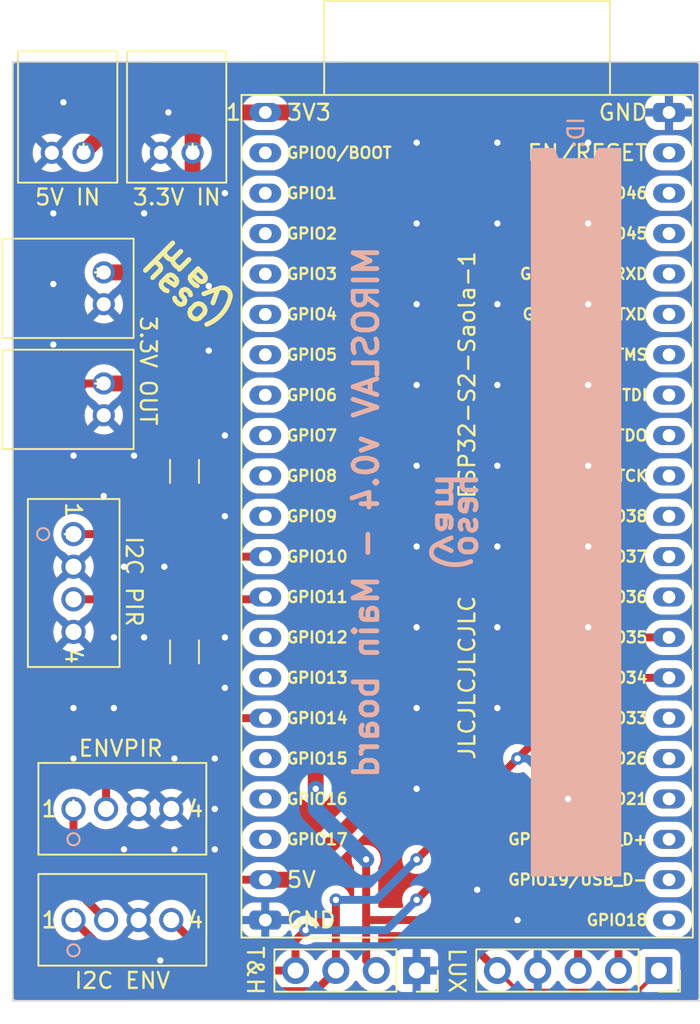
<source format=kicad_pcb>
(kicad_pcb (version 20240108) (generator "pcbnew") (generator_version "8.0")
  (layers (0 "F.Cu" signal) (31 "B.Cu" signal) (34 "B.Paste" user) (35 "F.Paste" user) (36 "B.SilkS" user "B.Silkscreen") (37 "F.SilkS" user "F.Silkscreen") (38 "B.Mask" user) (39 "F.Mask" user) (44 "Edge.Cuts" user))
  (net 0 "")
  (net 1 "+5V")
  (net 2 "GND")
  (net 3 "+3V3")
  (net 4 "/PIR_SDA")
  (net 5 "/PIR_SCL")
  (net 6 "/ENV_SDA")
  (net 7 "/ENVPIR_DIN")
  (net 8 "Net-(U1-Pad18)")
  (net 9 "Net-(U1-Pad17)")
  (net 10 "/ENV_SCL")
  (net 11 "Net-(U1-Pad41)")
  (net 12 "Net-(U1-Pad40)")
  (net 13 "Net-(U1-Pad39)")
  (net 14 "Net-(U1-Pad38)")
  (net 15 "Net-(U1-Pad37)")
  (net 16 "Net-(U1-Pad36)")
  (net 17 "Net-(U1-Pad35)")
  (net 18 "Net-(U1-Pad34)")
  (net 19 "Net-(U1-Pad33)")
  (net 20 "Net-(U1-Pad32)")
  (net 21 "Net-(U1-Pad31)")
  (net 22 "Net-(U1-Pad30)")
  (net 23 "Net-(U1-Pad27)")
  (net 24 "Net-(U1-Pad26)")
  (net 25 "Net-(U1-Pad25)")
  (net 26 "Net-(U1-Pad24)")
  (net 27 "Net-(U1-Pad23)")
  (net 28 "Net-(U1-Pad22)")
  (net 29 "Net-(U1-Pad19)")
  (net 30 "Net-(U1-Pad15)")
  (net 31 "Net-(U1-Pad14)")
  (net 32 "Net-(U1-Pad11)")
  (net 33 "Net-(U1-Pad10)")
  (net 34 "Net-(U1-Pad9)")
  (net 35 "Net-(U1-Pad8)")
  (net 36 "Net-(U1-Pad7)")
  (net 37 "Net-(U1-Pad6)")
  (net 38 "Net-(U1-Pad5)")
  (net 39 "Net-(U1-Pad4)")
  (net 40 "Net-(U1-Pad3)")
  (net 41 "Net-(U1-Pad2)")
  (footprint "Connector_PinSocket_2.54mm:PinSocket_1x04_P2.54mm_Vertical" (layer "F.Cu") (at 154.305 111.125 -90)
    (property "Reference" "T&H" (at 0 10.16 -90) (layer "F.SilkS"))
    (property "Value" "HDC1080 (temp&hum)")
    (fp_line (start -1.33 8.95) (end 1.33 8.95) (stroke (width 0.12)) (layer "F.SilkS"))
    (fp_line (start -1.33 1.27) (end -1.33 8.95) (stroke (width 0.12)) (layer "F.SilkS"))
    (fp_line (start -1.33 1.27) (end 1.33 1.27) (stroke (width 0.12)) (layer "F.SilkS"))
    (fp_line (start 1.33 1.27) (end 1.33 8.95) (stroke (width 0.12)) (layer "F.SilkS"))
    (fp_line (start 0 -1.33) (end 1.33 -1.33) (stroke (width 0.12)) (layer "F.SilkS"))
    (fp_line (start 1.33 -1.33) (end 1.33 0) (stroke (width 0.12)) (layer "F.SilkS"))
    (pad "1" thru_hole rect (at 0 0 270) (size 1.7 1.7) (drill 1) (layers "*.Cu" "*.Mask") (net 2 "GND"))
    (pad "2" thru_hole oval (at 0 2.54 270) (size 1.7 1.7) (drill 1) (layers "*.Cu" "*.Mask") (net 3 "+3V3"))
    (pad "3" thru_hole oval (at 0 5.08 270) (size 1.7 1.7) (drill 1) (layers "*.Cu" "*.Mask") (net 6 "/ENV_SDA"))
    (pad "4" thru_hole oval (at 0 7.62 270) (size 1.7 1.7) (drill 1) (layers "*.Cu" "*.Mask") (net 10 "/ENV_SCL"))
  )
  (footprint "miro-v04:TE_HDI_4_vert" (layer "F.Cu") (at 132.715 83.674999 -90)
    (property "Reference" "J3" (hide yes))
    (property "Value" "I2C PIR" (at 2.975 -3.81 -90) (layer "F.SilkS"))
    (fp_circle (center 0 1.905) (end 0.381 1.905) (stroke (width 0.12)) (fill none) (layer "B.SilkS"))
    (fp_line (start -2.2082 2.8702) (end 8.3582 2.8702) (stroke (width 0.12)) (layer "F.SilkS"))
    (fp_line (start 8.3582 2.8702) (end 8.3582 -2.8956) (stroke (width 0.12)) (layer "F.SilkS"))
    (fp_line (start -2.2082 -2.8956) (end -2.2082 2.8702) (stroke (width 0.12)) (layer "F.SilkS"))
    (fp_line (start 8.3582 -2.8956) (end -2.2082 -2.8956) (stroke (width 0.12)) (layer "F.SilkS"))
    (fp_circle (center 0 1.905) (end 0.381 1.905) (stroke (width 0.12)) (fill none) (layer "F.SilkS"))
    (fp_text user "4" (at 7.673999 0 -90) (layer "F.SilkS"))
    (fp_text user "1" (at -1.524 0 -90) (layer "F.SilkS"))
    (fp_text user "*" (at 0 0 90) (layer "F.SilkS"))
    (pad "1" thru_hole circle (at 0 0 270) (size 1.524 1.524) (drill 1.016) (layers "*.Cu" "*.Mask") (net 4 "/PIR_SDA"))
    (pad "2" thru_hole circle (at 2.050001 0 270) (size 1.524 1.524) (drill 1.016) (layers "*.Cu" "*.Mask") (net 2 "GND"))
    (pad "3" thru_hole circle (at 4.099999 0 270) (size 1.524 1.524) (drill 1.016) (layers "*.Cu" "*.Mask") (net 5 "/PIR_SCL"))
    (pad "4" thru_hole circle (at 6.15 0 270) (size 1.524 1.524) (drill 1.016) (layers "*.Cu" "*.Mask") (net 2 "GND"))
  )
  (footprint "miro-v04:TE_HDI_2_horiz" (layer "F.Cu") (at 134.62 67.214999 -90)
    (property "Reference" "J4" (hide yes))
    (property "Value" "3.3V OUT" (hide yes))
    (fp_line (start -2.1242 6.377) (end 4.1242 6.377) (stroke (width 0.12)) (layer "F.SilkS"))
    (fp_line (start 4.1242 6.377) (end 4.1242 -1.878) (stroke (width 0.12)) (layer "F.SilkS"))
    (fp_line (start -2.1242 -1.878) (end -2.1242 6.377) (stroke (width 0.12)) (layer "F.SilkS"))
    (fp_line (start 4.1242 -1.878) (end -2.1242 -1.878) (stroke (width 0.12)) (layer "F.SilkS"))
    (fp_text user "*" (at 0 0 90) (layer "F.SilkS"))
    (pad "1" thru_hole circle (at -0.000001 0 270) (size 1.397 1.397) (drill 0.889) (layers "*.Cu" "*.Mask") (net 3 "+3V3"))
    (pad "2" thru_hole circle (at 2.000001 0 270) (size 1.397 1.397) (drill 0.889) (layers "*.Cu" "*.Mask") (net 2 "GND"))
  )
  (footprint "miro-v04:TE_HDI_4_vert" (layer "F.Cu") (at 132.715 107.95)
    (property "Reference" "J12" (hide yes))
    (property "Value" "I2C ENV" (at 3.075 3.81 0) (layer "F.SilkS"))
    (fp_circle (center 0 1.905) (end 0.381 1.905) (stroke (width 0.12)) (fill none) (layer "B.SilkS"))
    (fp_line (start -2.2082 -2.8956) (end -2.2082 2.8702) (stroke (width 0.12)) (layer "F.SilkS"))
    (fp_line (start -2.2082 2.8702) (end 8.3582 2.8702) (stroke (width 0.12)) (layer "F.SilkS"))
    (fp_line (start 8.3582 -2.8956) (end -2.2082 -2.8956) (stroke (width 0.12)) (layer "F.SilkS"))
    (fp_line (start 8.3582 2.8702) (end 8.3582 -2.8956) (stroke (width 0.12)) (layer "F.SilkS"))
    (fp_circle (center 0 1.905) (end 0.381 1.905) (stroke (width 0.12)) (fill none) (layer "F.SilkS"))
    (fp_text user "1" (at -1.524 0 0) (layer "F.SilkS"))
    (fp_text user "*" (at 0 0 0) (layer "F.SilkS"))
    (fp_text user "4" (at 7.673999 0 0) (layer "F.SilkS"))
    (fp_text user "1" (at -1.524 0 0) (layer "F.SilkS"))
    (fp_text user "4" (at 7.673999 0 0) (layer "F.SilkS"))
    (pad "1" thru_hole circle (at 0 0) (size 1.524 1.524) (drill 1.016) (layers "*.Cu" "*.Mask") (net 6 "/ENV_SDA"))
    (pad "2" thru_hole circle (at 2.050001 0) (size 1.524 1.524) (drill 1.016) (layers "*.Cu" "*.Mask") (net 3 "+3V3"))
    (pad "3" thru_hole circle (at 4.099999 0) (size 1.524 1.524) (drill 1.016) (layers "*.Cu" "*.Mask") (net 2 "GND"))
    (pad "4" thru_hole circle (at 6.15 0) (size 1.524 1.524) (drill 1.016) (layers "*.Cu" "*.Mask") (net 10 "/ENV_SCL"))
  )
  (footprint "Resistor_SMD:R_1206_3216Metric_Pad1.30x1.75mm_HandSolder" (layer "F.Cu") (at 139.7 91.085 -90)
    (property "Reference" "R1" (hide yes))
    (property "Value" "1k")
    (fp_line (start -0.727064 0.91) (end 0.727064 0.91) (stroke (width 0.12)) (layer "F.SilkS"))
    (fp_line (start -0.727064 -0.91) (end 0.727064 -0.91) (stroke (width 0.12)) (layer "F.SilkS"))
    (pad "1" smd roundrect (at -1.55 0 270) (size 1.3 1.75) (layers "F.Cu" "F.Paste" "F.Mask") (roundrect_rratio 0.1923076923) (net 5 "/PIR_SCL"))
    (pad "2" smd roundrect (at 1.55 0 270) (size 1.3 1.75) (layers "F.Cu" "F.Paste" "F.Mask") (roundrect_rratio 0.1923076923) (net 3 "+3V3"))
  )
  (footprint "Resistor_SMD:R_1206_3216Metric_Pad1.30x1.75mm_HandSolder" (layer "F.Cu") (at 139.7 79.73 -90)
    (property "Reference" "R2" (hide yes))
    (property "Value" "1k")
    (fp_line (start -0.727064 0.91) (end 0.727064 0.91) (stroke (width 0.12)) (layer "F.SilkS"))
    (fp_line (start -0.727064 -0.91) (end 0.727064 -0.91) (stroke (width 0.12)) (layer "F.SilkS"))
    (pad "1" smd roundrect (at -1.55 0 270) (size 1.3 1.75) (layers "F.Cu" "F.Paste" "F.Mask") (roundrect_rratio 0.1923076923) (net 3 "+3V3"))
    (pad "2" smd roundrect (at 1.55 0 270) (size 1.3 1.75) (layers "F.Cu" "F.Paste" "F.Mask") (roundrect_rratio 0.1923076923) (net 4 "/PIR_SDA"))
  )
  (footprint "Connector_PinSocket_2.54mm:PinSocket_1x05_P2.54mm_Vertical" (layer "F.Cu") (at 169.545 111.125 -90)
    (property "Reference" "LUX" (at 0 12.7 -90) (layer "F.SilkS"))
    (property "Value" "BH1750 (lux)")
    (fp_line (start -1.33 11.49) (end 1.33 11.49) (stroke (width 0.12)) (layer "F.SilkS"))
    (fp_line (start -1.33 1.27) (end -1.33 11.49) (stroke (width 0.12)) (layer "F.SilkS"))
    (fp_line (start -1.33 1.27) (end 1.33 1.27) (stroke (width 0.12)) (layer "F.SilkS"))
    (fp_line (start 1.33 1.27) (end 1.33 11.49) (stroke (width 0.12)) (layer "F.SilkS"))
    (fp_line (start 0 -1.33) (end 1.33 -1.33) (stroke (width 0.12)) (layer "F.SilkS"))
    (fp_line (start 1.33 -1.33) (end 1.33 0) (stroke (width 0.12)) (layer "F.SilkS"))
    (pad "1" thru_hole rect (at 0 0 270) (size 1.7 1.7) (drill 1) (layers "*.Cu" "*.Mask") (net 3 "+3V3"))
    (pad "2" thru_hole oval (at 0 2.54 270) (size 1.7 1.7) (drill 1) (layers "*.Cu" "*.Mask") (net 6 "/ENV_SDA"))
    (pad "3" thru_hole oval (at 0 5.08 270) (size 1.7 1.7) (drill 1) (layers "*.Cu" "*.Mask") (net 10 "/ENV_SCL"))
    (pad "4" thru_hole oval (at 0 7.62 270) (size 1.7 1.7) (drill 1) (layers "*.Cu" "*.Mask") (net 2 "GND"))
    (pad "5" thru_hole oval (at 0 10.16 270) (size 1.7 1.7) (drill 1) (layers "*.Cu" "*.Mask") (net 3 "+3V3"))
  )
  (footprint "miro-v04:TE_HDI_2_horiz" (layer "F.Cu") (at 140.208 59.69 180)
    (property "Reference" "J2" (hide yes))
    (property "Value" "3.3V IN" (at 1 -2.794 0) (layer "F.SilkS"))
    (fp_line (start 4.1242 6.377) (end 4.1242 -1.878) (stroke (width 0.12)) (layer "F.SilkS"))
    (fp_line (start 4.1242 -1.878) (end -2.1242 -1.878) (stroke (width 0.12)) (layer "F.SilkS"))
    (fp_line (start -2.1242 6.377) (end 4.1242 6.377) (stroke (width 0.12)) (layer "F.SilkS"))
    (fp_line (start -2.1242 -1.878) (end -2.1242 6.377) (stroke (width 0.12)) (layer "F.SilkS"))
    (fp_text user "*" (at 0 0 0) (layer "F.SilkS"))
    (pad "1" thru_hole circle (at -0.000001 0 180) (size 1.397 1.397) (drill 0.889) (layers "*.Cu" "*.Mask") (net 3 "+3V3"))
    (pad "2" thru_hole circle (at 2.000001 0 180) (size 1.397 1.397) (drill 0.889) (layers "*.Cu" "*.Mask") (net 2 "GND"))
  )
  (footprint "miro-v04:TE_HDI_2_horiz" (layer "F.Cu") (at 133.35 59.69 180)
    (property "Reference" "J1" (hide yes))
    (property "Value" "5V IN" (at 1 -2.794 0) (layer "F.SilkS"))
    (fp_line (start 4.1242 6.377) (end 4.1242 -1.878) (stroke (width 0.12)) (layer "F.SilkS"))
    (fp_line (start 4.1242 -1.878) (end -2.1242 -1.878) (stroke (width 0.12)) (layer "F.SilkS"))
    (fp_line (start -2.1242 6.377) (end 4.1242 6.377) (stroke (width 0.12)) (layer "F.SilkS"))
    (fp_line (start -2.1242 -1.878) (end -2.1242 6.377) (stroke (width 0.12)) (layer "F.SilkS"))
    (fp_text user "*" (at 0 0 0) (layer "F.SilkS"))
    (pad "1" thru_hole circle (at -0.000001 0 180) (size 1.397 1.397) (drill 0.889) (layers "*.Cu" "*.Mask") (net 1 "+5V"))
    (pad "2" thru_hole circle (at 2.000001 0 180) (size 1.397 1.397) (drill 0.889) (layers "*.Cu" "*.Mask") (net 2 "GND"))
  )
  (footprint "miro-v04:TE_HDI_4_vert" (layer "F.Cu") (at 132.715 100.965)
    (property "Reference" "J13" (hide yes))
    (property "Value" "ENVPIR" (at 2.975 -3.81 0) (layer "F.SilkS"))
    (fp_circle (center 0 1.905) (end 0.381 1.905) (stroke (width 0.12)) (fill none) (layer "B.SilkS"))
    (fp_line (start -2.2082 -2.8956) (end -2.2082 2.8702) (stroke (width 0.12)) (layer "F.SilkS"))
    (fp_line (start -2.2082 2.8702) (end 8.3582 2.8702) (stroke (width 0.12)) (layer "F.SilkS"))
    (fp_line (start 8.3582 -2.8956) (end -2.2082 -2.8956) (stroke (width 0.12)) (layer "F.SilkS"))
    (fp_line (start 8.3582 2.8702) (end 8.3582 -2.8956) (stroke (width 0.12)) (layer "F.SilkS"))
    (fp_circle (center 0 1.905) (end 0.381 1.905) (stroke (width 0.12)) (fill none) (layer "F.SilkS"))
    (fp_text user "1" (at -1.524 0 0) (layer "F.SilkS"))
    (fp_text user "1" (at -1.524 0 0) (layer "F.SilkS"))
    (fp_text user "4" (at 7.673999 0 0) (layer "F.SilkS"))
    (fp_text user "4" (at 7.673999 0 0) (layer "F.SilkS"))
    (fp_text user "*" (at 0 0 0) (layer "F.SilkS"))
    (pad "1" thru_hole circle (at 0 0) (size 1.524 1.524) (drill 1.016) (layers "*.Cu" "*.Mask") (net 1 "+5V"))
    (pad "2" thru_hole circle (at 2.050001 0) (size 1.524 1.524) (drill 1.016) (layers "*.Cu" "*.Mask") (net 7 "/ENVPIR_DIN"))
    (pad "3" thru_hole circle (at 4.099999 0) (size 1.524 1.524) (drill 1.016) (layers "*.Cu" "*.Mask") (net 2 "GND"))
    (pad "4" thru_hole circle (at 6.15 0) (size 1.524 1.524) (drill 1.016) (layers "*.Cu" "*.Mask") (net 2 "GND"))
  )
  (footprint "miro-v04:TE_HDI_2_horiz" (layer "F.Cu") (at 134.62 74.199999 -90)
    (property "Reference" "J5" (hide yes))
    (property "Value" "3.3V OUT" (at -0.793999 -2.794 -90) (layer "F.SilkS"))
    (fp_line (start -2.1242 6.377) (end 4.1242 6.377) (stroke (width 0.12)) (layer "F.SilkS"))
    (fp_line (start 4.1242 6.377) (end 4.1242 -1.878) (stroke (width 0.12)) (layer "F.SilkS"))
    (fp_line (start -2.1242 -1.878) (end -2.1242 6.377) (stroke (width 0.12)) (layer "F.SilkS"))
    (fp_line (start 4.1242 -1.878) (end -2.1242 -1.878) (stroke (width 0.12)) (layer "F.SilkS"))
    (fp_text user "*" (at 0 0 90) (layer "F.SilkS"))
    (pad "1" thru_hole circle (at -0.000001 0 270) (size 1.397 1.397) (drill 0.889) (layers "*.Cu" "*.Mask") (net 3 "+3V3"))
    (pad "2" thru_hole circle (at 2.000001 0 270) (size 1.397 1.397) (drill 0.889) (layers "*.Cu" "*.Mask") (net 2 "GND"))
  )
  (footprint "miro-v04:ESP32-S2-Saola-1" (layer "F.Cu") (at 144.78 57.15)
    (property "Reference" "U1" (hide yes))
    (property "Value" "ESP32-S2-Saola-1" (at 12.7 16.51 90) (layer "F.SilkS"))
    (fp_line (start -1.49632 51.90272) (end 26.903679 51.90272) (stroke (width 0.12)) (layer "F.SilkS"))
    (fp_line (start -1.496319 -1.09728) (end -1.49632 51.90272) (stroke (width 0.12)) (layer "F.SilkS"))
    (fp_line (start 3.7084 -7.0104) (end 21.6916 -7.0104) (stroke (width 0.12)) (layer "F.SilkS"))
    (fp_line (start 3.7084 -1.1176) (end 3.7084 -7.0104) (stroke (width 0.12)) (layer "F.SilkS"))
    (fp_line (start 21.6916 -7.0104) (end 21.6916 -1.1176) (stroke (width 0.12)) (layer "F.SilkS"))
    (fp_line (start 26.903679 51.90272) (end 26.90368 -1.09728) (stroke (width 0.12)) (layer "F.SilkS"))
    (fp_line (start 26.90368 -1.09728) (end -1.496319 -1.09728) (stroke (width 0.12)) (layer "F.SilkS"))
    (fp_text user "GPIO39/MTCK" (at 24.13368 22.86272 0) (layer "F.SilkS") (effects (font (size 0.7 0.7)) (justify right)))
    (fp_text user "GPIO35" (at 24.13368 33.02272 0) (layer "F.SilkS") (effects (font (size 0.7 0.7)) (justify right)))
    (fp_text user "EN/RESET" (at 24.13368 2.54272 0) (layer "F.SilkS") (effects (justify right)))
    (fp_text user "GPIO15" (at 1.27368 40.64272 0) (layer "F.SilkS") (effects (font (size 0.7 0.7)) (justify left)))
    (fp_text user "GPIO6" (at 1.27368 17.78272 0) (layer "F.SilkS") (effects (font (size 0.7 0.7)) (justify left)))
    (fp_text user "GPIO4" (at 1.27368 12.70272 0) (layer "F.SilkS") (effects (font (size 0.7 0.7)) (justify left)))
    (fp_text user "IO45" (at 24.13368 7.62272 0) (layer "F.SilkS") (effects (font (size 0.7 0.7)) (justify right)))
    (fp_text user "GPIO9" (at 1.27368 25.40272 0) (layer "F.SilkS") (effects (font (size 0.7 0.7)) (justify left)))
    (fp_text user "GPIO5" (at 1.27368 15.24272 0) (layer "F.SilkS") (effects (font (size 0.7 0.7)) (justify left)))
    (fp_text user "3V3" (at 1.27368 0.00272 0) (layer "F.SilkS") (effects (justify left)))
    (fp_text user "GPIO43/U0TXD" (at 24.13368 12.70272 0) (layer "F.SilkS") (effects (font (size 0.7 0.7)) (justify right)))
    (fp_text user "IO46" (at 24.13368 5.08272 0) (layer "F.SilkS") (effects (font (size 0.7 0.7)) (justify right)))
    (fp_text user "GPIO14" (at 1.27368 38.10272 0) (layer "F.SilkS") (effects (font (size 0.7 0.7)) (justify left)))
    (fp_text user "GPIO16" (at 1.27368 43.18272 0) (layer "F.SilkS") (effects (font (size 0.7 0.7)) (justify left)))
    (fp_text user "GPIO13" (at 1.27368 35.56272 0) (layer "F.SilkS") (effects (font (size 0.7 0.7)) (justify left)))
    (fp_text user "GPIO44/U0RXD" (at 24.13368 10.16272 0) (layer "F.SilkS") (effects (font (size 0.7 0.7)) (justify right)))
    (fp_text user "GPIO33" (at 24.13368 38.10272 0) (layer "F.SilkS") (effects (font (size 0.7 0.7)) (justify right)))
    (fp_text user "GPIO40/MTDO" (at 24.13368 20.32272 0) (layer "F.SilkS") (effects (font (size 0.7 0.7)) (justify right)))
    (fp_text user "GPIO42/MTMS" (at 24.13368 15.24272 0) (layer "F.SilkS") (effects (font (size 0.7 0.7)) (justify right)))
    (fp_text user "GPIO38" (at 24.13368 25.40272 0) (layer "F.SilkS") (effects (font (size 0.7 0.7)) (justify right)))
    (fp_text user "GPIO41/MTDI" (at 24.13368 17.78272 0) (layer "F.SilkS") (effects (font (size 0.7 0.7)) (justify right)))
    (fp_text user "GPIO20/USB_D+" (at 24.13368 45.72272 0) (layer "F.SilkS") (effects (font (size 0.7 0.7)) (justify right)))
    (fp_text user "GPIO10" (at 1.27368 27.94272 0) (layer "F.SilkS") (effects (font (size 0.7 0.7)) (justify left)))
    (fp_text user "GPIO1" (at 1.27368 5.08272 0) (layer "F.SilkS") (effects (font (size 0.7 0.7)) (justify left)))
    (fp_text user "GPIO37" (at 24.13368 27.94272 0) (layer "F.SilkS") (effects (font (size 0.7 0.7)) (justify right)))
    (fp_text user "GPIO7" (at 1.27368 20.32272 0) (layer "F.SilkS") (effects (font (size 0.7 0.7)) (justify left)))
    (fp_text user "GPIO12" (at 1.27368 33.02272 0) (layer "F.SilkS") (effects (font (size 0.7 0.7)) (justify left)))
    (fp_text user "GPIO3" (at 1.27368 10.16272 0) (layer "F.SilkS") (effects (font (size 0.7 0.7)) (justify left)))
    (fp_text user "GPIO34" (at 24.13368 35.56272 0) (layer "F.SilkS") (effects (font (size 0.7 0.7)) (justify right)))
    (fp_text user "1" (at -2 0 0) (layer "F.SilkS"))
    (fp_text user "GPIO19/USB_D-" (at 24.13368 48.26272 0) (layer "F.SilkS") (effects (font (size 0.7 0.7)) (justify right)))
    (fp_text user "GPIO18" (at 24.13368 50.80272 0) (layer "F.SilkS") (effects (font (size 0.7 0.7)) (justify right)))
    (fp_text user "GND" (at 1.27368 50.80272 0) (layer "F.SilkS") (effects (justify left)))
    (fp_text user "GPIO36" (at 24.13368 30.48272 0) (layer "F.SilkS") (effects (font (size 0.7 0.7)) (justify right)))
    (fp_text user "GPIO11" (at 1.27368 30.48272 0) (layer "F.SilkS") (effects (font (size 0.7 0.7)) (justify left)))
    (fp_text user "5V" (at 1.27368 48.26272 0) (layer "F.SilkS") (effects (justify left)))
    (fp_text user "GND" (at 24.13368 0.00272 0) (layer "F.SilkS") (effects (justify right)))
    (fp_text user "GPIO0/BOOT" (at 1.27368 2.54272 0) (layer "F.SilkS") (effects (font (size 0.7 0.7)) (justify left)))
    (fp_text user "GPIO17" (at 1.27368 45.72272 0) (layer "F.SilkS") (effects (font (size 0.7 0.7)) (justify left)))
    (fp_text user "GPIO2" (at 1.27368 7.62272 0) (layer "F.SilkS") (effects (font (size 0.7 0.7)) (justify left)))
    (fp_text user "GPIO26" (at 24.13368 40.64272 0) (layer "F.SilkS") (effects (font (size 0.7 0.7)) (justify right)))
    (fp_text user "GPIO21" (at 24.13368 43.18272 0) (layer "F.SilkS") (effects (font (size 0.7 0.7)) (justify right)))
    (fp_text user "GPIO8" (at 1.27368 22.86272 0) (layer "F.SilkS") (effects (font (size 0.7 0.7)) (justify left)))
    (pad "1" thru_hole oval (at 0.00368 0.00272 270) (size 1.2 2) (drill 0.8) (layers "*.Cu" "*.Mask") (net 3 "+3V3"))
    (pad "2" thru_hole oval (at 0.00368 2.54272 270) (size 1.2 2) (drill 0.8) (layers "*.Cu" "*.Mask") (net 41 "Net-(U1-Pad2)"))
    (pad "3" thru_hole oval (at 0.00368 5.08272 270) (size 1.2 2) (drill 0.8) (layers "*.Cu" "*.Mask") (net 40 "Net-(U1-Pad3)"))
    (pad "4" thru_hole oval (at 0.00368 7.62272 270) (size 1.2 2) (drill 0.8) (layers "*.Cu" "*.Mask") (net 39 "Net-(U1-Pad4)"))
    (pad "5" thru_hole oval (at 0.00368 10.16272 270) (size 1.2 2) (drill 0.8) (layers "*.Cu" "*.Mask") (net 38 "Net-(U1-Pad5)"))
    (pad "6" thru_hole oval (at 0.00368 12.70272 270) (size 1.2 2) (drill 0.8) (layers "*.Cu" "*.Mask") (net 37 "Net-(U1-Pad6)"))
    (pad "7" thru_hole oval (at 0.00368 15.24272 270) (size 1.2 2) (drill 0.8) (layers "*.Cu" "*.Mask") (net 36 "Net-(U1-Pad7)"))
    (pad "8" thru_hole oval (at 0.00368 17.78272 270) (size 1.2 2) (drill 0.8) (layers "*.Cu" "*.Mask") (net 35 "Net-(U1-Pad8)"))
    (pad "9" thru_hole oval (at 0.00368 20.32272 270) (size 1.2 2) (drill 0.8) (layers "*.Cu" "*.Mask") (net 34 "Net-(U1-Pad9)"))
    (pad "10" thru_hole oval (at 0.00368 22.86272 270) (size 1.2 2) (drill 0.8) (layers "*.Cu" "*.Mask") (net 33 "Net-(U1-Pad10)"))
    (pad "11" thru_hole oval (at 0.00368 25.40272 270) (size 1.2 2) (drill 0.8) (layers "*.Cu" "*.Mask") (net 32 "Net-(U1-Pad11)"))
    (pad "12" thru_hole oval (at 0.00368 27.94272 270) (size 1.2 2) (drill 0.8) (layers "*.Cu" "*.Mask") (net 4 "/PIR_SDA"))
    (pad "13" thru_hole oval (at 0.00368 30.48272 270) (size 1.2 2) (drill 0.8) (layers "*.Cu" "*.Mask") (net 5 "/PIR_SCL"))
    (pad "14" thru_hole oval (at 0.00368 33.02272 270) (size 1.2 2) (drill 0.8) (layers "*.Cu" "*.Mask") (net 31 "Net-(U1-Pad14)"))
    (pad "15" thru_hole oval (at 0.00368 35.56272 270) (size 1.2 2) (drill 0.8) (layers "*.Cu" "*.Mask") (net 30 "Net-(U1-Pad15)"))
    (pad "16" thru_hole oval (at 0.00368 38.10272 270) (size 1.2 2) (drill 0.8) (layers "*.Cu" "*.Mask") (net 7 "/ENVPIR_DIN"))
    (pad "17" thru_hole oval (at 0.00368 40.64272 270) (size 1.2 2) (drill 0.8) (layers "*.Cu" "*.Mask") (net 9 "Net-(U1-Pad17)"))
    (pad "18" thru_hole oval (at 0.00368 43.18272 270) (size 1.2 2) (drill 0.8) (layers "*.Cu" "*.Mask") (net 8 "Net-(U1-Pad18)"))
    (pad "19" thru_hole oval (at 0.00368 45.72272 270) (size 1.2 2) (drill 0.8) (layers "*.Cu" "*.Mask") (net 29 "Net-(U1-Pad19)"))
    (pad "20" thru_hole oval (at 0.00368 48.26272 270) (size 1.2 2) (drill 0.8) (layers "*.Cu" "*.Mask") (net 1 "+5V"))
    (pad "21" thru_hole roundrect (at 0.00368 50.80272 270) (size 1.2 2) (drill 0.8) (layers "*.Cu" "*.Mask") (net 2 "GND"))
    (pad "22" thru_hole oval (at 25.40368 50.80272 270) (size 1.2 2) (drill 0.8) (layers "*.Cu" "*.Mask") (net 28 "Net-(U1-Pad22)"))
    (pad "23" thru_hole oval (at 25.40368 48.26272 270) (size 1.2 2) (drill 0.8) (layers "*.Cu" "*.Mask") (net 27 "Net-(U1-Pad23)"))
    (pad "24" thru_hole oval (at 25.40368 45.72272 270) (size 1.2 2) (drill 0.8) (layers "*.Cu" "*.Mask") (net 26 "Net-(U1-Pad24)"))
    (pad "25" thru_hole oval (at 25.40368 43.18272 270) (size 1.2 2) (drill 0.8) (layers "*.Cu" "*.Mask") (net 25 "Net-(U1-Pad25)"))
    (pad "26" thru_hole oval (at 25.40368 40.64272 270) (size 1.2 2) (drill 0.8) (layers "*.Cu" "*.Mask") (net 24 "Net-(U1-Pad26)"))
    (pad "27" thru_hole oval (at 25.40368 38.10272 270) (size 1.2 2) (drill 0.8) (layers "*.Cu" "*.Mask") (net 23 "Net-(U1-Pad27)"))
    (pad "28" thru_hole oval (at 25.40368 35.56272 270) (size 1.2 2) (drill 0.8) (layers "*.Cu" "*.Mask") (net 10 "/ENV_SCL"))
    (pad "29" thru_hole oval (at 25.40368 33.02272 270) (size 1.2 2) (drill 0.8) (layers "*.Cu" "*.Mask") (net 6 "/ENV_SDA"))
    (pad "30" thru_hole oval (at 25.40368 30.48272 270) (size 1.2 2) (drill 0.8) (layers "*.Cu" "*.Mask") (net 22 "Net-(U1-Pad30)"))
    (pad "31" thru_hole oval (at 25.40368 27.94272 270) (size 1.2 2) (drill 0.8) (layers "*.Cu" "*.Mask") (net 21 "Net-(U1-Pad31)"))
    (pad "32" thru_hole oval (at 25.40368 25.40272 270) (size 1.2 2) (drill 0.8) (layers "*.Cu" "*.Mask") (net 20 "Net-(U1-Pad32)"))
    (pad "33" thru_hole oval (at 25.40368 22.86272 270) (size 1.2 2) (drill 0.8) (layers "*.Cu" "*.Mask") (net 19 "Net-(U1-Pad33)"))
    (pad "34" thru_hole oval (at 25.40368 20.32272 270) (size 1.2 2) (drill 0.8) (layers "*.Cu" "*.Mask") (net 18 "Net-(U1-Pad34)"))
    (pad "35" thru_hole oval (at 25.40368 17.78272 270) (size 1.2 2) (drill 0.8) (layers "*.Cu" "*.Mask") (net 17 "Net-(U1-Pad35)"))
    (pad "36" thru_hole oval (at 25.40368 15.24272 270) (size 1.2 2) (drill 0.8) (layers "*.Cu" "*.Mask") (net 16 "Net-(U1-Pad36)"))
    (pad "37" thru_hole oval (at 25.40368 12.70272 270) (size 1.2 2) (drill 0.8) (layers "*.Cu" "*.Mask") (net 15 "Net-(U1-Pad37)"))
    (pad "38" thru_hole oval (at 25.40368 10.16272 270) (size 1.2 2) (drill 0.8) (layers "*.Cu" "*.Mask") (net 14 "Net-(U1-Pad38)"))
    (pad "39" thru_hole oval (at 25.40368 7.62272 270) (size 1.2 2) (drill 0.8) (layers "*.Cu" "*.Mask") (net 13 "Net-(U1-Pad39)"))
    (pad "40" thru_hole oval (at 25.40368 5.08272 270) (size 1.2 2) (drill 0.8) (layers "*.Cu" "*.Mask") (net 12 "Net-(U1-Pad40)"))
    (pad "41" thru_hole oval (at 25.40368 2.54272 270) (size 1.2 2) (drill 0.8) (layers "*.Cu" "*.Mask") (net 11 "Net-(U1-Pad41)"))
    (pad "42" thru_hole roundrect (at 25.40368 0.00272 270) (size 1.2 2) (drill 0.8) (layers "*.Cu" "*.Mask") (net 2 "GND"))
  )
  (gr_poly (pts (xy 167.132 105.15872) (xy 161.544 105.15872) (xy 161.544 59.43872) (xy 162.941 59.43872) (xy 163.195 60.07372) (xy 165.481 60.07372) (xy 165.735 59.43872) (xy 167.132 59.43872)) (stroke (width 0.1)) (fill solid) (layer "B.SilkS"))
  (gr_arc (start 155.528232 85.275955) (mid 155.23572 84.779544) (end 155.600841 84.333816) (stroke (width 0.3)) (layer "B.SilkS"))
  (gr_arc (start 157.707123 85.396668) (mid 156.624624 85.594767) (end 155.56484 85.29828) (stroke (width 0.3)) (layer "B.SilkS"))
  (gr_line (start 157.988 80.264) (end 155.60294 80.264) (stroke (width 0.3)) (layer "B.SilkS"))
  (gr_arc (start 141.837781 68.242616) (mid 142.411138 68.299613) (end 142.555316 68.857466) (stroke (width 0.3)) (layer "F.SilkS"))
  (gr_line (start 137.27201 67.052797) (end 138.958502 65.366305) (stroke (width 0.3)) (layer "F.SilkS"))
  (gr_arc (start 142.545217 68.899138) (mid 142.005484 69.858166) (end 141.099965 70.483532) (stroke (width 0.3)) (layer "F.SilkS"))
  (gr_line (start 172.085 113.03) (end 172.085 53.975) (stroke (width 0.1)) (layer "Edge.Cuts"))
  (gr_line (start 172.085 53.975) (end 128.905 53.975) (stroke (width 0.1)) (layer "Edge.Cuts"))
  (gr_line (start 128.905 53.975) (end 128.905 113.03) (stroke (width 0.1)) (layer "Edge.Cuts"))
  (gr_line (start 128.905 113.03) (end 172.085 113.03) (stroke (width 0.1)) (layer "Edge.Cuts"))
  (gr_text "MIROSLAV v0.4 - Main board" (at 151.13 82.296 90) (layer "B.SilkS") (effects (font (size 1.5 1.5) (thickness 0.3)) (justify mirror)))
  (gr_text "ID:" (at 164.338 58.42 90) (layer "B.SilkS") (effects (font (size 1 1)) (justify mirror)))
  (gr_text "vam" (at 156.1973 82.4103 270) (layer "B.SilkS") (effects (font (size 1.3 1.7) (thickness 0.3)) (justify mirror)))
  (gr_text "eso" (at 157.36316 83.15198 90) (layer "B.SilkS") (effects (font (size 1.5 1.5) (thickness 0.3)) (justify mirror)))
  (gr_text "h" (at 157.44952 80.58658 90) (layer "B.SilkS") (effects (font (size 1.3 1.5) (thickness 0.3)) (justify mirror)))
  (gr_text "vam" (at 140.05589 67.304245 135) (layer "F.SilkS") (effects (font (size 1.3 1.7) (thickness 0.3))))
  (gr_text "h" (at 137.880872 66.900133 315) (layer "F.SilkS") (effects (font (size 1.3 1.5) (thickness 0.3))))
  (gr_text "eso" (at 139.755949 68.653079 315) (layer "F.SilkS") (effects (font (size 1.5 1.5) (thickness 0.3))))
  (gr_text "JLCJLCJLCJLC" (at 157.48 92.71 90) (layer "F.SilkS") (effects (font (size 1 1) (thickness 0.153))))
  (segment (start 133.350001 59.69) (end 137.795 55.245) (width 1) (layer "F.Cu") (net 1))
  (segment (start 132.715 100.965) (end 132.715 103.505) (width 0.5) (layer "F.Cu") (net 1))
  (segment (start 137.795 55.245) (end 149.225 55.245) (width 1) (layer "F.Cu") (net 1))
  (segment (start 146.68228 105.41272) (end 144.78368 105.41272) (width 1) (layer "F.Cu") (net 1))
  (segment (start 134.62272 105.41272) (end 144.78368 105.41272) (width 0.5) (layer "F.Cu") (net 1))
  (segment (start 149.225 55.245) (end 151.13 57.15) (width 1) (layer "F.Cu") (net 1))
  (segment (start 151.13 57.15) (end 151.13 100.965) (width 1) (layer "F.Cu") (net 1))
  (segment (start 151.13 100.965) (end 146.68228 105.41272) (width 1) (layer "F.Cu") (net 1))
  (segment (start 132.715 103.505) (end 134.62272 105.41272) (width 0.5) (layer "F.Cu") (net 1))
  (via (at 165.1 84.455) (size 0.8) (drill 0.4) (layers "F.Cu" "B.Cu") (net 2))
  (via (at 159.385 84.455) (size 0.8) (drill 0.4) (layers "F.Cu" "B.Cu") (net 2))
  (via (at 154.305 84.455) (size 0.8) (drill 0.4) (layers "F.Cu" "B.Cu") (net 2))
  (via (at 165.1 79.375) (size 0.8) (drill 0.4) (layers "F.Cu" "B.Cu") (net 2))
  (via (at 165.1 74.295) (size 0.8) (drill 0.4) (layers "F.Cu" "B.Cu") (net 2))
  (via (at 159.385 79.375) (size 0.8) (drill 0.4) (layers "F.Cu" "B.Cu") (net 2))
  (via (at 159.385 74.295) (size 0.8) (drill 0.4) (layers "F.Cu" "B.Cu") (net 2))
  (via (at 154.305 74.295) (size 0.8) (drill 0.4) (layers "F.Cu" "B.Cu") (net 2))
  (via (at 154.305 79.375) (size 0.8) (drill 0.4) (layers "F.Cu" "B.Cu") (net 2))
  (via (at 142.24 82.55) (size 0.8) (drill 0.4) (layers "F.Cu" "B.Cu") (net 2))
  (via (at 138.176 110.49) (size 0.8) (drill 0.4) (layers "F.Cu" "B.Cu") (net 2))
  (via (at 132.715 78.74) (size 0.8) (drill 0.4) (layers "F.Cu" "B.Cu") (net 2))
  (via (at 138.684 57.15) (size 0.8) (drill 0.4) (layers "F.Cu" "B.Cu") (net 2))
  (via (at 131.445 71.755) (size 0.8) (drill 0.4) (layers "F.Cu" "B.Cu") (net 2))
  (via (at 137.16 63.5) (size 0.8) (drill 0.4) (layers "F.Cu" "B.Cu") (net 2))
  (via (at 159.385 59.055) (size 0.8) (drill 0.4) (layers "F.Cu" "B.Cu") (net 2))
  (via (at 141.224 68.072) (size 0.8) (drill 0.4) (layers "F.Cu" "B.Cu") (net 2))
  (via (at 132.715 97.79) (size 0.8) (drill 0.4) (layers "F.Cu" "B.Cu") (net 2))
  (via (at 154.305 59.055) (size 0.8) (drill 0.4) (layers "F.Cu" "B.Cu") (net 2))
  (via (at 132.08 56.515) (size 0.8) (drill 0.4) (layers "F.Cu" "B.Cu") (net 2))
  (via (at 135.89 85.725) (size 0.8) (drill 0.4) (layers "F.Cu" "B.Cu") (net 2))
  (via (at 131.445 63.5) (size 0.8) (drill 0.4) (layers "F.Cu" "B.Cu") (net 2))
  (via (at 142.24 93.345) (size 0.8) (drill 0.4) (layers "F.Cu" "B.Cu") (net 2))
  (via (at 154.305 64.135) (size 0.8) (drill 0.4) (layers "F.Cu" "B.Cu") (net 2))
  (via (at 136.525 78.74) (size 0.8) (drill 0.4) (layers "F.Cu" "B.Cu") (net 2))
  (via (at 139.065 97.79) (size 0.8) (drill 0.4) (layers "F.Cu" "B.Cu") (net 2))
  (via (at 131.445 67.945) (size 0.8) (drill 0.4) (layers "F.Cu" "B.Cu") (net 2))
  (via (at 135.89 103.505) (size 0.8) (drill 0.4) (layers "F.Cu" "B.Cu") (net 2))
  (via (at 135.255 94.615) (size 0.8) (drill 0.4) (layers "F.Cu" "B.Cu") (net 2))
  (via (at 165.1 64.135) (size 0.8) (drill 0.4) (layers "F.Cu" "B.Cu") (net 2))
  (via (at 165.1 59.055) (size 0.8) (drill 0.4) (layers "F.Cu" "B.Cu") (net 2))
  (via (at 134.62 81.28) (size 0.8) (drill 0.4) (layers "F.Cu" "B.Cu") (net 2))
  (via (at 160.655 107.95) (size 0.8) (drill 0.4) (layers "F.Cu" "B.Cu") (net 2))
  (via (at 154.305 94.615) (size 0.8) (drill 0.4) (layers "F.Cu" "B.Cu") (net 2))
  (via (at 154.305 69.215) (size 0.8) (drill 0.4) (layers "F.Cu" "B.Cu") (net 2))
  (via (at 141.605 97.79) (size 0.8) (drill 0.4) (layers "F.Cu" "B.Cu") (net 2))
  (via (at 165.1 69.215) (size 0.8) (drill 0.4) (layers "F.Cu" "B.Cu") (net 2))
  (via (at 138.43 85.725) (size 0.8) (drill 0.4) (layers "F.Cu" "B.Cu") (net 2))
  (via (at 142.24 90.17) (size 0.8) (drill 0.4) (layers "F.Cu" "B.Cu") (net 2))
  (via (at 135.255 90.17) (size 0.8) (drill 0.4) (layers "F.Cu" "B.Cu") (net 2))
  (via (at 141.224 72.136) (size 0.8) (drill 0.4) (layers "F.Cu" "B.Cu") (net 2))
  (via (at 159.385 94.615) (size 0.8) (drill 0.4) (layers "F.Cu" "B.Cu") (net 2))
  (via (at 165.1 89.535) (size 0.8) (drill 0.4) (layers "F.Cu" "B.Cu") (net 2))
  (via (at 154.305 89.535) (size 0.8) (drill 0.4) (layers "F.Cu" "B.Cu") (net 2))
  (via (at 159.385 69.215) (size 0.8) (drill 0.4) (layers "F.Cu" "B.Cu") (net 2))
  (via (at 154.305 99.695) (size 0.8) (drill 0.4) (layers "F.Cu" "B.Cu") (net 2))
  (via (at 141.605 100.965) (size 0.8) (drill 0.4) (layers "F.Cu" "B.Cu") (net 2))
  (via (at 141.605 103.505) (size 0.8) (drill 0.4) (layers "F.Cu" "B.Cu") (net 2))
  (via (at 142.24 77.47) (size 0.8) (drill 0.4) (layers "F.Cu" "B.Cu") (net 2))
  (via (at 137.16 90.17) (size 0.8) (drill 0.4) (layers "F.Cu" "B.Cu") (net 2))
  (via (at 132.715 94.615) (size 0.8) (drill 0.4) (layers "F.Cu" "B.Cu") (net 2))
  (via (at 158.115 106.045) (size 0.8) (drill 0.4) (layers "F.Cu" "B.Cu") (net 2))
  (via (at 142.24 62.23) (size 0.8) (drill 0.4) (layers "F.Cu" "B.Cu") (net 2))
  (via (at 159.385 64.135) (size 0.8) (drill 0.4) (layers "F.Cu" "B.Cu") (net 2))
  (via (at 139.065 103.505) (size 0.8) (drill 0.4) (layers "F.Cu" "B.Cu") (net 2))
  (via (at 159.385 89.535) (size 0.8) (drill 0.4) (layers "F.Cu" "B.Cu") (net 2))
  (segment (start 147.955 99.695) (end 147.955 99.695) (width 1) (layer "F.Cu") (net 3))
  (segment (start 133.445002 74.199998) (end 134.62 74.199998) (width 0.5) (layer "F.Cu") (net 3))
  (segment (start 140.208001 64.896999) (end 140.208001 59.69) (width 1) (layer "F.Cu") (net 3))
  (segment (start 140.208001 58.546999) (end 141.60228 57.15272) (width 1) (layer "F.Cu") (net 3))
  (segment (start 140.208001 59.69) (end 140.208001 58.546999) (width 1) (layer "F.Cu") (net 3))
  (segment (start 134.765001 107.95) (end 130.175 103.359999) (width 0.5) (layer "F.Cu") (net 3))
  (segment (start 139.7 75.565) (end 137.382498 73.247498) (width 0.5) (layer "F.Cu") (net 3))
  (segment (start 146.68772 57.15272) (end 147.955 58.42) (width 1) (layer "F.Cu") (net 3))
  (segment (start 151.13 107.95) (end 151.13 110.49) (width 0.5) (layer "F.Cu") (net 3))
  (segment (start 144.78368 57.15272) (end 146.68772 57.15272) (width 1) (layer "F.Cu") (net 3))
  (segment (start 136.429998 74.199998) (end 137.382498 73.247498) (width 1) (layer "F.Cu") (net 3))
  (segment (start 156.21 107.95) (end 151.13 107.95) (width 0.5) (layer "F.Cu") (net 3))
  (segment (start 151.13 104.14) (end 151.13 107.95) (width 0.5) (layer "F.Cu") (net 3))
  (segment (start 160.655 112.395) (end 168.275 112.395) (width 0.25) (layer "F.Cu") (net 3))
  (segment (start 168.275 112.395) (end 169.545 111.125) (width 0.25) (layer "F.Cu") (net 3))
  (segment (start 151.13 110.49) (end 151.765 111.125) (width 0.5) (layer "F.Cu") (net 3))
  (segment (start 159.385 111.125) (end 156.21 107.95) (width 0.5) (layer "F.Cu") (net 3))
  (segment (start 130.25 92.635) (end 130.175 92.71) (width 0.5) (layer "F.Cu") (net 3))
  (segment (start 137.890002 72.739994) (end 137.890002 67.214998) (width 1) (layer "F.Cu") (net 3))
  (segment (start 134.62 74.199998) (end 136.429998 74.199998) (width 1) (layer "F.Cu") (net 3))
  (segment (start 137.890002 67.214998) (end 140.208001 64.896999) (width 1) (layer "F.Cu") (net 3))
  (segment (start 139.7 78.18) (end 139.7 75.565) (width 0.5) (layer "F.Cu") (net 3))
  (segment (start 147.955 58.42) (end 147.955 99.695) (width 1) (layer "F.Cu") (net 3))
  (segment (start 137.382498 73.247498) (end 137.890002 72.739994) (width 1) (layer "F.Cu") (net 3))
  (segment (start 159.385 111.125) (end 160.655 112.395) (width 0.25) (layer "F.Cu") (net 3))
  (segment (start 130.175 92.71) (end 130.175 77.47) (width 0.5) (layer "F.Cu") (net 3))
  (segment (start 139.7 92.635) (end 130.25 92.635) (width 0.5) (layer "F.Cu") (net 3))
  (segment (start 141.60228 57.15272) (end 144.78368 57.15272) (width 1) (layer "F.Cu") (net 3))
  (segment (start 130.175 103.359999) (end 130.175 92.71) (width 0.5) (layer "F.Cu") (net 3))
  (segment (start 130.175 77.47) (end 133.445002 74.199998) (width 0.5) (layer "F.Cu") (net 3))
  (segment (start 134.62 67.214998) (end 137.890002 67.214998) (width 1) (layer "F.Cu") (net 3))
  (via (at 151.13 104.14) (size 0.8) (drill 0.4) (layers "F.Cu" "B.Cu") (net 3))
  (via (at 147.955 99.695) (size 0.8) (drill 0.4) (layers "F.Cu" "B.Cu") (net 3))
  (segment (start 151.13 104.14) (end 151.13 104.14) (width 1) (layer "B.Cu") (net 3))
  (segment (start 147.955 99.695) (end 147.955 100.965) (width 1) (layer "B.Cu") (net 3))
  (segment (start 147.955 100.965) (end 151.13 104.14) (width 1) (layer "B.Cu") (net 3))
  (segment (start 132.715 83.674999) (end 138.919999 83.674999) (width 0.5) (layer "F.Cu") (net 4))
  (segment (start 138.919999 83.674999) (end 138.919999 82.060001) (width 0.5) (layer "F.Cu") (net 4))
  (segment (start 140.33772 85.09272) (end 144.78368 85.09272) (width 0.5) (layer "F.Cu") (net 4))
  (segment (start 138.919999 83.674999) (end 140.33772 85.09272) (width 0.5) (layer "F.Cu") (net 4))
  (segment (start 138.919999 82.060001) (end 139.7 81.28) (width 0.5) (layer "F.Cu") (net 4))
  (segment (start 140.190002 87.774998) (end 144.641402 87.774998) (width 0.5) (layer "F.Cu") (net 5))
  (segment (start 139.7 89.535) (end 139.7 88.265) (width 0.5) (layer "F.Cu") (net 5))
  (segment (start 144.641402 87.774998) (end 144.78368 87.63272) (width 0.5) (layer "F.Cu") (net 5))
  (segment (start 132.715 87.774998) (end 140.190002 87.774998) (width 0.5) (layer "F.Cu") (net 5))
  (segment (start 139.7 88.265) (end 140.190002 87.774998) (width 0.5) (layer "F.Cu") (net 5))
  (segment (start 163.83 100.33) (end 163.83 100.33) (width 0.5) (layer "F.Cu") (net 6))
  (segment (start 160.655 97.79) (end 168.27228 90.17272) (width 0.5) (layer "F.Cu") (net 6))
  (segment (start 154.305 104.14) (end 160.655 97.79) (width 0.5) (layer "F.Cu") (net 6))
  (segment (start 137.190001 112.425001) (end 147.924999 112.425001) (width 0.5) (layer "F.Cu") (net 6))
  (segment (start 167.005 111.125) (end 167.005 103.505) (width 0.5) (layer "F.Cu") (net 6))
  (segment (start 147.924999 112.425001) (end 149.225 111.125) (width 0.5) (layer "F.Cu") (net 6))
  (segment (start 149.225 111.125) (end 149.225 106.68) (width 0.5) (layer "F.Cu") (net 6))
  (segment (start 168.27228 90.17272) (end 170.18368 90.17272) (width 0.5) (layer "F.Cu") (net 6))
  (segment (start 167.005 103.505) (end 163.83 100.33) (width 0.5) (layer "F.Cu") (net 6))
  (segment (start 132.715 107.95) (end 137.190001 112.425001) (width 0.5) (layer "F.Cu") (net 6))
  (via (at 163.83 100.33) (size 0.8) (drill 0.4) (layers "F.Cu" "B.Cu") (net 6))
  (via (at 149.225 106.68) (size 0.8) (drill 0.4) (layers "F.Cu" "B.Cu") (net 6))
  (via (at 160.655 97.79) (size 0.8) (drill 0.4) (layers "F.Cu" "B.Cu") (net 6))
  (via (at 154.305 104.14) (size 0.8) (drill 0.4) (layers "F.Cu" "B.Cu") (net 6))
  (segment (start 154.305 104.14) (end 154.305 104.14) (width 0.5) (layer "B.Cu") (net 6))
  (segment (start 163.83 100.33) (end 161.29 97.79) (width 0.5) (layer "B.Cu") (net 6))
  (segment (start 161.29 97.79) (end 160.655 97.79) (width 0.5) (layer "B.Cu") (net 6))
  (segment (start 149.225 106.68) (end 151.765 106.68) (width 0.5) (layer "B.Cu") (net 6))
  (segment (start 151.765 106.68) (end 154.305 104.14) (width 0.5) (layer "B.Cu") (net 6))
  (segment (start 138.082282 95.25272) (end 144.78368 95.25272) (width 0.5) (layer "F.Cu") (net 7))
  (segment (start 134.765001 98.570001) (end 138.082282 95.25272) (width 0.5) (layer "F.Cu") (net 7))
  (segment (start 134.765001 100.965) (end 134.765001 98.570001) (width 0.5) (layer "F.Cu") (net 7))
  (segment (start 147.32 108.585) (end 147.32 108.585) (width 0.5) (layer "F.Cu") (net 10))
  (segment (start 168.27228 92.71272) (end 170.18368 92.71272) (width 0.5) (layer "F.Cu") (net 10))
  (segment (start 146.685 111.125) (end 146.685 109.22) (width 0.5) (layer "F.Cu") (net 10))
  (segment (start 142.04 111.125) (end 146.685 111.125) (width 0.5) (layer "F.Cu") (net 10))
  (segment (start 154.305 106.68) (end 158.75 102.235) (width 0.5) (layer "F.Cu") (net 10))
  (segment (start 158.75 102.235) (end 168.27228 92.71272) (width 0.5) (layer "F.Cu") (net 10))
  (segment (start 164.465 111.125) (end 164.465 107.95) (width 0.5) (layer "F.Cu") (net 10))
  (segment (start 138.865 107.95) (end 142.04 111.125) (width 0.5) (layer "F.Cu") (net 10))
  (segment (start 164.465 107.95) (end 158.75 102.235) (width 0.5) (layer "F.Cu") (net 10))
  (segment (start 146.685 109.22) (end 147.32 108.585) (width 0.5) (layer "F.Cu") (net 10))
  (via (at 147.32 108.585) (size 0.8) (drill 0.4) (layers "F.Cu" "B.Cu") (net 10))
  (via (at 154.305 106.68) (size 0.8) (drill 0.4) (layers "F.Cu" "B.Cu") (net 10))
  (segment (start 154.305 106.68) (end 154.305 106.68) (width 0.5) (layer "B.Cu") (net 10))
  (segment (start 147.32 108.585) (end 152.4 108.585) (width 0.5) (layer "B.Cu") (net 10))
  (segment (start 152.4 108.585) (end 154.305 106.68) (width 0.5) (layer "B.Cu") (net 10))
  (zone (net 2) (net_name "GND") (layer "F.Cu") (connect_pads (clearance 0.508)) (min_thickness 0.254) (fill yes (thermal_gap 0.508) (thermal_bridge_width 0.508))
    (polygon (pts (xy 172.085 113.03) (xy 128.905 113.03) (xy 128.905 53.975) (xy 172.085 53.975)))
  )
  (zone (net 2) (net_name "GND") (layer "B.Cu") (connect_pads (clearance 0.508)) (min_thickness 0.254) (fill yes (thermal_gap 0.508) (thermal_bridge_width 0.508))
    (polygon (pts (xy 172.085 113.03) (xy 128.905 113.03) (xy 128.905 53.975) (xy 172.085 53.975)))
  )
)
</source>
